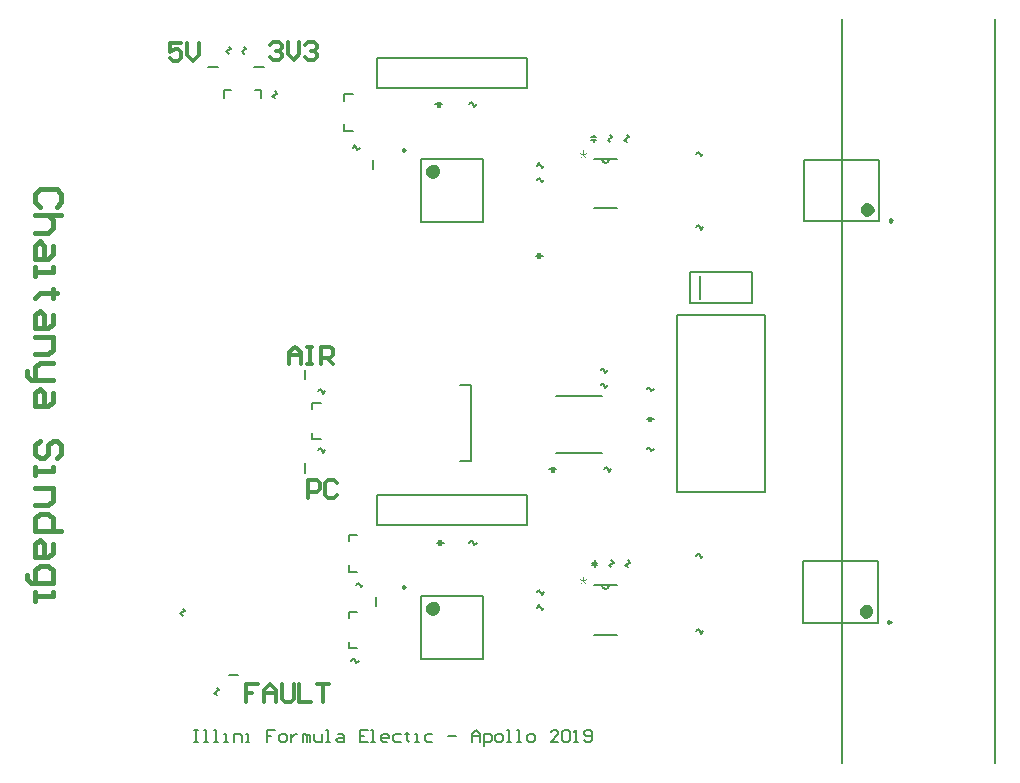
<source format=gto>
G04*
G04 #@! TF.GenerationSoftware,Altium Limited,Altium Designer,19.0.15 (446)*
G04*
G04 Layer_Color=65535*
%FSLAX25Y25*%
%MOIN*%
G70*
G01*
G75*
%ADD10C,0.02362*%
%ADD11C,0.00984*%
%ADD12C,0.00600*%
%ADD13C,0.00787*%
%ADD14C,0.00591*%
%ADD15C,0.00800*%
%ADD16C,0.00500*%
%ADD17C,0.01181*%
%ADD18C,0.01575*%
G36*
X-66336Y-61760D02*
X-66307Y-61774D01*
X-66278Y-61803D01*
X-66271Y-61810D01*
X-66257Y-61838D01*
X-66243Y-61881D01*
X-66236Y-61946D01*
Y-62907D01*
X-65325Y-62606D01*
X-65318Y-62598D01*
X-65289Y-62591D01*
X-65260Y-62584D01*
X-65224D01*
X-65203Y-62591D01*
X-65174Y-62598D01*
X-65139Y-62627D01*
X-65131Y-62634D01*
X-65117Y-62649D01*
X-65103Y-62685D01*
X-65095Y-62720D01*
Y-62727D01*
Y-62749D01*
X-65110Y-62778D01*
X-65124Y-62814D01*
X-65131Y-62821D01*
X-65146Y-62835D01*
X-65181Y-62849D01*
X-65239Y-62871D01*
X-66149Y-63172D01*
X-65590Y-63946D01*
X-65583Y-63961D01*
X-65561Y-63989D01*
X-65540Y-64032D01*
X-65533Y-64068D01*
Y-64075D01*
X-65540Y-64104D01*
X-65547Y-64133D01*
X-65576Y-64169D01*
X-65583Y-64176D01*
X-65605Y-64190D01*
X-65633Y-64205D01*
X-65676Y-64212D01*
X-65690D01*
X-65719Y-64197D01*
X-65762Y-64169D01*
X-65791Y-64147D01*
X-65812Y-64111D01*
X-66379Y-63337D01*
X-66945Y-64111D01*
Y-64118D01*
X-66960Y-64126D01*
X-66988Y-64161D01*
X-67031Y-64197D01*
X-67053Y-64205D01*
X-67081Y-64212D01*
X-67089D01*
X-67117Y-64205D01*
X-67146Y-64190D01*
X-67182Y-64169D01*
X-67189Y-64161D01*
X-67203Y-64140D01*
X-67218Y-64111D01*
X-67225Y-64068D01*
Y-64061D01*
X-67218Y-64040D01*
X-67203Y-63997D01*
X-67168Y-63946D01*
X-66601Y-63172D01*
X-67519Y-62864D01*
X-67533Y-62857D01*
X-67562Y-62849D01*
X-67605Y-62828D01*
X-67634Y-62806D01*
Y-62799D01*
X-67641Y-62785D01*
X-67648Y-62756D01*
X-67655Y-62720D01*
Y-62713D01*
X-67648Y-62685D01*
X-67641Y-62656D01*
X-67619Y-62627D01*
X-67612Y-62620D01*
X-67591Y-62606D01*
X-67562Y-62591D01*
X-67526Y-62584D01*
X-67497D01*
X-67469Y-62591D01*
X-67426Y-62606D01*
X-66515Y-62907D01*
Y-61946D01*
Y-61939D01*
Y-61932D01*
X-66508Y-61889D01*
X-66501Y-61846D01*
X-66479Y-61803D01*
X-66472Y-61795D01*
X-66451Y-61774D01*
X-66415Y-61760D01*
X-66372Y-61752D01*
X-66365D01*
X-66336Y-61760D01*
D02*
G37*
G36*
Y80366D02*
X-66307Y80352D01*
X-66278Y80323D01*
X-66271Y80316D01*
X-66257Y80288D01*
X-66243Y80245D01*
X-66236Y80180D01*
Y79219D01*
X-65325Y79520D01*
X-65318Y79528D01*
X-65289Y79535D01*
X-65260Y79542D01*
X-65224D01*
X-65203Y79535D01*
X-65174Y79528D01*
X-65139Y79499D01*
X-65131Y79492D01*
X-65117Y79477D01*
X-65103Y79441D01*
X-65095Y79406D01*
Y79399D01*
Y79377D01*
X-65110Y79348D01*
X-65124Y79312D01*
X-65131Y79305D01*
X-65146Y79291D01*
X-65181Y79277D01*
X-65239Y79255D01*
X-66149Y78954D01*
X-65590Y78180D01*
X-65583Y78165D01*
X-65561Y78137D01*
X-65540Y78094D01*
X-65533Y78058D01*
Y78051D01*
X-65540Y78022D01*
X-65547Y77993D01*
X-65576Y77957D01*
X-65583Y77950D01*
X-65605Y77936D01*
X-65633Y77921D01*
X-65676Y77914D01*
X-65690D01*
X-65719Y77929D01*
X-65762Y77957D01*
X-65791Y77979D01*
X-65812Y78015D01*
X-66379Y78789D01*
X-66945Y78015D01*
Y78008D01*
X-66960Y78000D01*
X-66988Y77965D01*
X-67031Y77929D01*
X-67053Y77921D01*
X-67081Y77914D01*
X-67089D01*
X-67117Y77921D01*
X-67146Y77936D01*
X-67182Y77957D01*
X-67189Y77965D01*
X-67203Y77986D01*
X-67218Y78015D01*
X-67225Y78058D01*
Y78065D01*
X-67218Y78086D01*
X-67203Y78129D01*
X-67168Y78180D01*
X-66601Y78954D01*
X-67519Y79262D01*
X-67533Y79269D01*
X-67562Y79277D01*
X-67605Y79298D01*
X-67634Y79320D01*
Y79327D01*
X-67641Y79341D01*
X-67648Y79370D01*
X-67655Y79406D01*
Y79413D01*
X-67648Y79441D01*
X-67641Y79470D01*
X-67619Y79499D01*
X-67612Y79506D01*
X-67591Y79520D01*
X-67562Y79535D01*
X-67526Y79542D01*
X-67497D01*
X-67469Y79535D01*
X-67426Y79520D01*
X-66515Y79219D01*
Y80180D01*
Y80187D01*
Y80194D01*
X-66508Y80237D01*
X-66501Y80280D01*
X-66479Y80323D01*
X-66472Y80331D01*
X-66451Y80352D01*
X-66415Y80366D01*
X-66372Y80374D01*
X-66365D01*
X-66336Y80366D01*
D02*
G37*
D10*
X28937Y-73228D02*
X28492Y-72305D01*
X27493Y-72077D01*
X26692Y-72716D01*
Y-73741D01*
X27493Y-74380D01*
X28492Y-74152D01*
X28937Y-73228D01*
X29331Y60630D02*
X28886Y61553D01*
X27887Y61781D01*
X27086Y61142D01*
Y60118D01*
X27887Y59478D01*
X28886Y59706D01*
X29331Y60630D01*
X-115551Y73425D02*
X-115996Y74349D01*
X-116995Y74577D01*
X-117796Y73938D01*
Y72913D01*
X-116995Y72274D01*
X-115996Y72502D01*
X-115551Y73425D01*
Y-72244D02*
X-115996Y-71321D01*
X-116995Y-71093D01*
X-117796Y-71732D01*
Y-72757D01*
X-116995Y-73396D01*
X-115996Y-73168D01*
X-115551Y-72244D01*
D11*
X36024Y-76850D02*
X35285Y-76424D01*
Y-77277D01*
X36024Y-76850D01*
X36417Y57008D02*
X35679Y57434D01*
Y56582D01*
X36417Y57008D01*
X-125886Y80512D02*
X-126624Y80938D01*
Y80086D01*
X-125886Y80512D01*
Y-65158D02*
X-126624Y-64731D01*
Y-65584D01*
X-125886Y-65158D01*
D12*
X-60255Y-64735D02*
X-59868Y-65569D01*
X-59005Y-65885D01*
X-58171Y-65498D01*
X-57855Y-64635D01*
X-60255Y77391D02*
X-59868Y76557D01*
X-59005Y76241D01*
X-58171Y76628D01*
X-57855Y77491D01*
X70866Y-124016D02*
Y124016D01*
X19685Y-124016D02*
Y124016D01*
X-28740Y-54724D02*
X-27953Y-53937D01*
X-27165Y-55512D01*
X-26378Y-54724D01*
X-28740Y-79921D02*
X-27953Y-79134D01*
X-27165Y-80709D01*
X-26378Y-79921D01*
X-62992Y-64635D02*
X-59055D01*
X-62992Y-81035D02*
X-55118D01*
X-59055Y-64635D02*
X-55118D01*
X-52362Y-57874D02*
X-51575Y-58661D01*
X-52362Y-57874D02*
X-50787Y-57087D01*
X-51575Y-56299D02*
X-50787Y-57087D01*
X-81890Y-72047D02*
X-81102Y-71260D01*
X-80315Y-72835D01*
X-79528Y-72047D01*
X-80709Y45276D02*
X-79921D01*
X-82284D02*
X-81496D01*
Y44488D02*
Y46063D01*
X-80709Y44488D02*
Y46063D01*
X-57087Y-56299D02*
X-56299Y-57087D01*
X-57874Y-57874D02*
X-56299Y-57087D01*
X-57874Y-57874D02*
X-57087Y-58661D01*
X-81890Y-66929D02*
X-81102Y-66142D01*
X-80315Y-67716D01*
X-79528Y-66929D01*
X-28740Y79134D02*
X-27953Y79921D01*
X-27165Y78347D01*
X-26378Y79134D01*
X-28740Y54724D02*
X-27953Y55512D01*
X-27165Y53937D01*
X-26378Y54724D01*
X-62992Y77491D02*
X-59055D01*
X-62992Y61091D02*
X-55118D01*
X-59055Y77491D02*
X-55118D01*
X-52756Y83858D02*
X-51968Y83071D01*
X-52756Y83858D02*
X-51181Y84646D01*
X-51968Y85433D02*
X-51181Y84646D01*
X-81890Y70472D02*
X-81102Y71260D01*
X-80315Y69685D01*
X-79528Y70472D01*
X-57480Y85433D02*
X-56693Y84646D01*
X-58268Y83858D02*
X-56693Y84646D01*
X-58268Y83858D02*
X-57480Y83071D01*
X-81890Y75197D02*
X-81102Y75984D01*
X-80315Y74410D01*
X-79528Y75197D01*
X-59449Y-25984D02*
X-58661Y-25197D01*
X-57874Y-26772D01*
X-57087Y-25984D01*
X-45276Y-9173D02*
X-44488D01*
X-43701D02*
X-42913D01*
X-43701Y-9961D02*
Y-8386D01*
X-44488Y-9961D02*
Y-8386D01*
X-45276Y-19173D02*
X-44488Y-18386D01*
X-43701Y-19961D01*
X-42913Y-19173D01*
X-45276Y827D02*
X-44488Y1614D01*
X-43701Y39D01*
X-42913Y827D01*
X-154724Y-19685D02*
X-153937Y-18898D01*
X-153150Y-20472D01*
X-152362Y-19685D01*
X-153150Y-787D02*
X-152362Y0D01*
X-153937Y787D02*
X-153150Y-787D01*
X-154724Y0D02*
X-153937Y787D01*
X-60630Y1969D02*
X-59842Y2756D01*
X-59055Y1181D01*
X-58268Y1969D01*
X-77756Y-25984D02*
X-76968D01*
X-76181D02*
X-75394D01*
X-76181Y-26772D02*
Y-25197D01*
X-76968Y-26772D02*
Y-25197D01*
X-59055Y6299D02*
X-58268Y7087D01*
X-59842Y7874D02*
X-59055Y6299D01*
X-60630Y7087D02*
X-59842Y7874D01*
X-169291Y100000D02*
X-168504Y99213D01*
X-170079Y98425D02*
X-168504Y99213D01*
X-170079Y98425D02*
X-169291Y97638D01*
X-188583Y-98819D02*
X-187795Y-99606D01*
X-189370Y-100394D02*
X-187795Y-99606D01*
X-189370Y-100394D02*
X-188583Y-101181D01*
X-143701Y-89764D02*
X-142913Y-88976D01*
X-142126Y-90551D01*
X-141339Y-89764D01*
X-141732Y80512D02*
X-140945Y81299D01*
X-142520Y82087D02*
X-141732Y80512D01*
X-143307Y81299D02*
X-142520Y82087D01*
X-102795Y94882D02*
X-102008Y95669D01*
X-103583Y96457D02*
X-102795Y94882D01*
X-104370Y95669D02*
X-103583Y96457D01*
X-200000Y-72441D02*
X-199213Y-73228D01*
X-200787Y-74016D02*
X-199213Y-73228D01*
X-200787Y-74016D02*
X-200000Y-74803D01*
X-184646Y114961D02*
X-183858Y114173D01*
X-185433Y113386D02*
X-183858Y114173D01*
X-185433Y113386D02*
X-184646Y112598D01*
X-179528Y114961D02*
X-178740Y114173D01*
X-180315Y113386D02*
X-178740Y114173D01*
X-180315Y113386D02*
X-179528Y112598D01*
X-140551Y-65354D02*
X-139764Y-64567D01*
X-141339Y-63779D02*
X-140551Y-65354D01*
X-142126Y-64567D02*
X-141339Y-63779D01*
X-102795Y-51181D02*
X-102008Y-50394D01*
X-103583Y-49606D02*
X-102795Y-51181D01*
X-104370Y-50394D02*
X-103583Y-49606D01*
X-113779Y-50394D02*
X-112992D01*
X-115354D02*
X-114567D01*
Y-51181D02*
Y-49606D01*
X-113779Y-51181D02*
Y-49606D01*
X-115748Y95669D02*
X-114961D01*
X-114173D02*
X-113386D01*
X-114173Y94882D02*
Y96457D01*
X-114961Y94882D02*
Y96457D01*
X-62598Y-57087D02*
Y-56299D01*
Y-58661D02*
Y-57874D01*
X-63386D02*
X-61811D01*
X-63386Y-57087D02*
X-61811D01*
X-62992Y84646D02*
Y85433D01*
Y83071D02*
Y83858D01*
X-63779D02*
X-62205D01*
X-63779Y84646D02*
X-62205D01*
D13*
X6890Y-56693D02*
X31693D01*
X6890Y-77165D02*
X31693D01*
X6890D02*
Y-56693D01*
X31693Y-77165D02*
Y-56693D01*
X7283Y77165D02*
X32087D01*
X7283Y56693D02*
X32087D01*
X7283D02*
Y77165D01*
X32087Y56693D02*
Y77165D01*
X-120669Y56496D02*
Y77362D01*
X-99803Y56496D02*
Y77362D01*
X-120669D02*
X-99803D01*
X-120669Y56496D02*
X-99803D01*
X-120669Y-89173D02*
Y-68307D01*
X-99803Y-89173D02*
Y-68307D01*
X-120669D02*
X-99803D01*
X-120669Y-89173D02*
X-99803D01*
X-196063Y-112863D02*
X-194751D01*
X-195407D01*
Y-116798D01*
X-196063D01*
X-194751D01*
X-192783D02*
X-191471D01*
X-192127D01*
Y-112863D01*
X-192783D01*
X-189503Y-116798D02*
X-188191D01*
X-188847D01*
Y-112863D01*
X-189503D01*
X-186224Y-116798D02*
X-184912D01*
X-185568D01*
Y-114174D01*
X-186224D01*
X-182944Y-116798D02*
Y-114174D01*
X-180976D01*
X-180320Y-114831D01*
Y-116798D01*
X-179008D02*
X-177696D01*
X-178352D01*
Y-114174D01*
X-179008D01*
X-169169Y-112863D02*
X-171793D01*
Y-114831D01*
X-170481D01*
X-171793D01*
Y-116798D01*
X-167201D02*
X-165889D01*
X-165233Y-116142D01*
Y-114831D01*
X-165889Y-114174D01*
X-167201D01*
X-167857Y-114831D01*
Y-116142D01*
X-167201Y-116798D01*
X-163921Y-114174D02*
Y-116798D01*
Y-115486D01*
X-163265Y-114831D01*
X-162609Y-114174D01*
X-161953D01*
X-159985Y-116798D02*
Y-114174D01*
X-159329D01*
X-158674Y-114831D01*
Y-116798D01*
Y-114831D01*
X-158018Y-114174D01*
X-157362Y-114831D01*
Y-116798D01*
X-156050Y-114174D02*
Y-116142D01*
X-155394Y-116798D01*
X-153426D01*
Y-114174D01*
X-152114Y-116798D02*
X-150802D01*
X-151458D01*
Y-112863D01*
X-152114D01*
X-148178Y-114174D02*
X-146866D01*
X-146210Y-114831D01*
Y-116798D01*
X-148178D01*
X-148834Y-116142D01*
X-148178Y-115486D01*
X-146210D01*
X-138339Y-112863D02*
X-140963D01*
Y-116798D01*
X-138339D01*
X-140963Y-114831D02*
X-139651D01*
X-137027Y-116798D02*
X-135715D01*
X-136371D01*
Y-112863D01*
X-137027D01*
X-131779Y-116798D02*
X-133091D01*
X-133747Y-116142D01*
Y-114831D01*
X-133091Y-114174D01*
X-131779D01*
X-131123Y-114831D01*
Y-115486D01*
X-133747D01*
X-127188Y-114174D02*
X-129155D01*
X-129811Y-114831D01*
Y-116142D01*
X-129155Y-116798D01*
X-127188D01*
X-125220Y-113519D02*
Y-114174D01*
X-125876D01*
X-124564D01*
X-125220D01*
Y-116142D01*
X-124564Y-116798D01*
X-122596D02*
X-121284D01*
X-121940D01*
Y-114174D01*
X-122596D01*
X-116692D02*
X-118660D01*
X-119316Y-114831D01*
Y-116142D01*
X-118660Y-116798D01*
X-116692D01*
X-111445Y-114831D02*
X-108821D01*
X-103573Y-116798D02*
Y-114174D01*
X-102261Y-112863D01*
X-100949Y-114174D01*
Y-116798D01*
Y-114831D01*
X-103573D01*
X-99637Y-118110D02*
Y-114174D01*
X-97670D01*
X-97014Y-114831D01*
Y-116142D01*
X-97670Y-116798D01*
X-99637D01*
X-95046D02*
X-93734D01*
X-93078Y-116142D01*
Y-114831D01*
X-93734Y-114174D01*
X-95046D01*
X-95702Y-114831D01*
Y-116142D01*
X-95046Y-116798D01*
X-91766D02*
X-90454D01*
X-91110D01*
Y-112863D01*
X-91766D01*
X-88486Y-116798D02*
X-87174D01*
X-87830D01*
Y-112863D01*
X-88486D01*
X-84550Y-116798D02*
X-83239D01*
X-82582Y-116142D01*
Y-114831D01*
X-83239Y-114174D01*
X-84550D01*
X-85206Y-114831D01*
Y-116142D01*
X-84550Y-116798D01*
X-74711D02*
X-77335D01*
X-74711Y-114174D01*
Y-113519D01*
X-75367Y-112863D01*
X-76679D01*
X-77335Y-113519D01*
X-73399D02*
X-72743Y-112863D01*
X-71431D01*
X-70775Y-113519D01*
Y-116142D01*
X-71431Y-116798D01*
X-72743D01*
X-73399Y-116142D01*
Y-113519D01*
X-69463Y-116798D02*
X-68151D01*
X-68807D01*
Y-112863D01*
X-69463Y-113519D01*
X-66184Y-116142D02*
X-65528Y-116798D01*
X-64216D01*
X-63560Y-116142D01*
Y-113519D01*
X-64216Y-112863D01*
X-65528D01*
X-66184Y-113519D01*
Y-114174D01*
X-65528Y-114831D01*
X-63560D01*
D14*
X-75394Y-20669D02*
X-60039D01*
X-75394Y-1378D02*
X-60039D01*
X-30709Y29331D02*
X-10236D01*
X-30709D02*
Y39961D01*
X-10236D01*
Y29331D02*
Y39961D01*
X-27362Y30709D02*
Y38583D01*
X-159043Y-27091D02*
Y-23941D01*
Y4012D02*
Y7161D01*
X-156752Y-3740D02*
X-153937D01*
X-156752Y-5906D02*
Y-3740D01*
Y-15945D02*
Y-13780D01*
Y-15945D02*
X-153937D01*
X-173819Y97638D02*
Y100453D01*
X-175984D02*
X-173819D01*
X-186024D02*
X-183858D01*
X-186024Y97638D02*
Y100453D01*
X-184571Y-94500D02*
X-181421D01*
X-146122Y99016D02*
X-143307D01*
X-146122Y96850D02*
Y99016D01*
Y86811D02*
Y88976D01*
Y86811D02*
X-143307D01*
X-144547Y-73425D02*
X-141732D01*
X-144547Y-75590D02*
Y-73425D01*
Y-85630D02*
Y-83465D01*
Y-85630D02*
X-141732D01*
X-136626Y74138D02*
Y77287D01*
X-191413Y108280D02*
X-188264D01*
X-85236Y101299D02*
Y111299D01*
X-135236Y101299D02*
X-85236D01*
X-135236D02*
Y111299D01*
X-85236D01*
X-176059Y108280D02*
X-172909D01*
X-144547Y-47835D02*
X-141732D01*
X-144547Y-50000D02*
Y-47835D01*
Y-60039D02*
Y-57874D01*
Y-60039D02*
X-141732D01*
X-135445Y-71529D02*
Y-68380D01*
X-85236Y-44370D02*
Y-34370D01*
X-135236Y-44370D02*
X-85236D01*
X-135236D02*
Y-34370D01*
X-85236D01*
D15*
X-104016Y-23311D02*
Y2279D01*
X-107515D02*
X-104015Y2279D01*
X-107515Y-23311D02*
X-104015Y-23312D01*
D16*
X-5708Y-33465D02*
Y25591D01*
X-35236Y-33465D02*
X-5708D01*
X-35236D02*
Y25591D01*
X-5708D01*
D17*
X-174804Y-97640D02*
X-178740D01*
Y-100592D01*
X-176772D01*
X-178740D01*
Y-103543D01*
X-172837D02*
Y-99608D01*
X-170869Y-97640D01*
X-168901Y-99608D01*
Y-103543D01*
Y-100592D01*
X-172837D01*
X-166933Y-97640D02*
Y-102559D01*
X-165949Y-103543D01*
X-163981D01*
X-162997Y-102559D01*
Y-97640D01*
X-161029D02*
Y-103543D01*
X-157094D01*
X-155126Y-97640D02*
X-151190D01*
X-153158D01*
Y-103543D01*
X-164567Y9055D02*
Y12991D01*
X-162599Y14959D01*
X-160631Y12991D01*
Y9055D01*
Y12007D01*
X-164567D01*
X-158663Y14959D02*
X-156695D01*
X-157679D01*
Y9055D01*
X-158663D01*
X-156695D01*
X-153744D02*
Y14959D01*
X-150792D01*
X-149808Y13975D01*
Y12007D01*
X-150792Y11023D01*
X-153744D01*
X-151776D02*
X-149808Y9055D01*
X-200395Y116140D02*
X-204331D01*
Y113188D01*
X-202363Y114172D01*
X-201379D01*
X-200395Y113188D01*
Y111220D01*
X-201379Y110236D01*
X-203347D01*
X-204331Y111220D01*
X-198427Y116140D02*
Y112204D01*
X-196459Y110236D01*
X-194491Y112204D01*
Y116140D01*
X-170866Y115550D02*
X-169882Y116534D01*
X-167914D01*
X-166930Y115550D01*
Y114566D01*
X-167914Y113582D01*
X-168898D01*
X-167914D01*
X-166930Y112598D01*
Y111614D01*
X-167914Y110630D01*
X-169882D01*
X-170866Y111614D01*
X-164962Y116534D02*
Y112598D01*
X-162995Y110630D01*
X-161027Y112598D01*
Y116534D01*
X-159059Y115550D02*
X-158075Y116534D01*
X-156107D01*
X-155123Y115550D01*
Y114566D01*
X-156107Y113582D01*
X-157091D01*
X-156107D01*
X-155123Y112598D01*
Y111614D01*
X-156107Y110630D01*
X-158075D01*
X-159059Y111614D01*
X-158268Y-35433D02*
Y-29530D01*
X-155316D01*
X-154332Y-30513D01*
Y-32481D01*
X-155316Y-33465D01*
X-158268D01*
X-148428Y-30513D02*
X-149412Y-29530D01*
X-151380D01*
X-152364Y-30513D01*
Y-34449D01*
X-151380Y-35433D01*
X-149412D01*
X-148428Y-34449D01*
D18*
X-241867Y61550D02*
X-240424Y62994D01*
Y65880D01*
X-241867Y67323D01*
X-247639D01*
X-249082Y65880D01*
Y62994D01*
X-247639Y61550D01*
X-240424Y58664D02*
X-249082D01*
X-244753D01*
X-243310Y57221D01*
Y54335D01*
X-244753Y52892D01*
X-249082D01*
X-243310Y48562D02*
Y45676D01*
X-244753Y44233D01*
X-249082D01*
Y48562D01*
X-247639Y50006D01*
X-246196Y48562D01*
Y44233D01*
X-249082Y41347D02*
Y38461D01*
Y39904D01*
X-243310D01*
Y41347D01*
X-241867Y32688D02*
X-243310D01*
Y34132D01*
Y31245D01*
Y32688D01*
X-247639D01*
X-249082Y31245D01*
X-243310Y25473D02*
Y22587D01*
X-244753Y21144D01*
X-249082D01*
Y25473D01*
X-247639Y26916D01*
X-246196Y25473D01*
Y21144D01*
X-249082Y18257D02*
X-243310D01*
Y13928D01*
X-244753Y12485D01*
X-249082D01*
X-243310Y9599D02*
X-247639D01*
X-249082Y8156D01*
Y3826D01*
X-250525D01*
X-251969Y5269D01*
Y6713D01*
X-249082Y3826D02*
X-243310D01*
Y-503D02*
Y-3389D01*
X-244753Y-4832D01*
X-249082D01*
Y-503D01*
X-247639Y940D01*
X-246196Y-503D01*
Y-4832D01*
X-241867Y-22150D02*
X-240424Y-20707D01*
Y-17820D01*
X-241867Y-16377D01*
X-243310D01*
X-244753Y-17820D01*
Y-20707D01*
X-246196Y-22150D01*
X-247639D01*
X-249082Y-20707D01*
Y-17820D01*
X-247639Y-16377D01*
X-249082Y-25036D02*
Y-27922D01*
Y-26479D01*
X-243310D01*
Y-25036D01*
X-249082Y-32251D02*
X-243310D01*
Y-36581D01*
X-244753Y-38024D01*
X-249082D01*
X-240424Y-46682D02*
X-249082D01*
Y-42353D01*
X-247639Y-40910D01*
X-244753D01*
X-243310Y-42353D01*
Y-46682D01*
Y-51012D02*
Y-53898D01*
X-244753Y-55341D01*
X-249082D01*
Y-51012D01*
X-247639Y-49569D01*
X-246196Y-51012D01*
Y-55341D01*
X-251969Y-61113D02*
Y-62556D01*
X-250525Y-64000D01*
X-243310D01*
Y-59670D01*
X-244753Y-58227D01*
X-247639D01*
X-249082Y-59670D01*
Y-64000D01*
Y-66886D02*
Y-69772D01*
Y-68329D01*
X-243310D01*
Y-66886D01*
M02*

</source>
